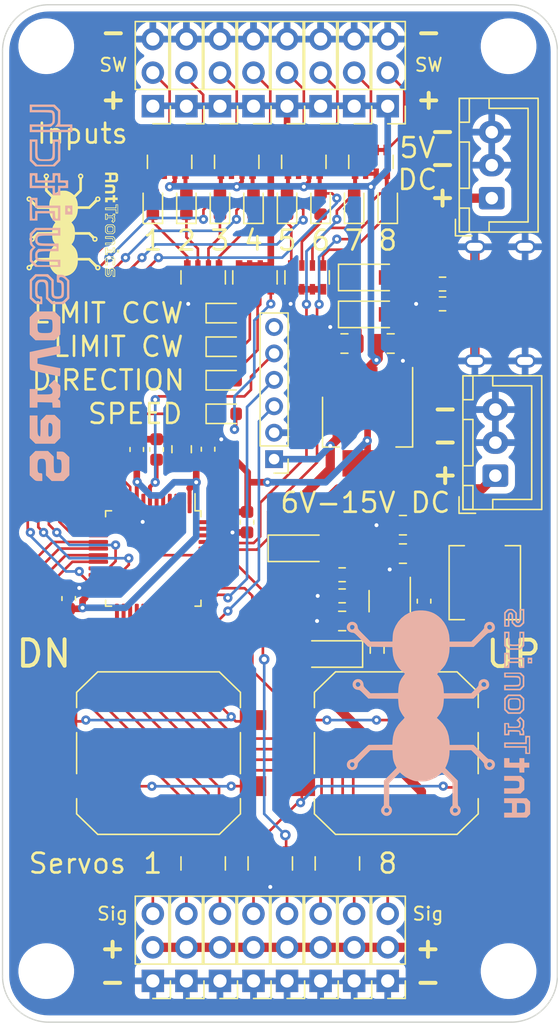
<source format=kicad_pcb>
(kicad_pcb (version 20211014) (generator pcbnew)
  (layers (0 "F.Cu" signal) (31 "B.Cu" signal) (34 "B.Paste" user) (35 "F.Paste" user) (36 "B.SilkS" user "B.Silkscreen") (37 "F.SilkS" user "F.Silkscreen") (38 "B.Mask" user) (39 "F.Mask" user) (44 "Edge.Cuts" user))
  (net 0 "")
  (net 1 "+3V3")
  (net 2 "GND")
  (net 3 "/NRST")
  (net 13 "/SWDIO")
  (net 16 "/SWCLK")
  (net 21 "+5V")
  (net 22 "/LED_DIR")
  (net 23 "/LED_SPD")
  (net 24 "Net-(D3-Pad2)")
  (net 25 "Net-(J7-Pad3)")
  (net 26 "Net-(J9-Pad3)")
  (net 27 "Net-(J13-Pad3)")
  (net 28 "Net-(D1-Pad2)")
  (net 29 "Net-(D4-Pad2)")
  (net 30 "Net-(RN1-Pad1)")
  (net 31 "/SW_UP")
  (net 32 "/SW_DN")
  (net 33 "Net-(RN1-Pad4)")
  (net 34 "Net-(D9-Pad1)")
  (net 35 "Net-(D10-Pad1)")
  (net 36 "Net-(D11-Pad1)")
  (net 37 "Net-(D12-Pad1)")
  (net 38 "Net-(J11-Pad3)")
  (net 39 "Net-(J15-Pad3)")
  (net 40 "/VBUS")
  (net 41 "Net-(J17-Pad3)")
  (net 42 "+VDC")
  (net 43 "/Servo5")
  (net 44 "/Servo6")
  (net 45 "/Servo7")
  (net 46 "/Servo8")
  (net 47 "/Servo1")
  (net 48 "/Servo2")
  (net 49 "/Servo3")
  (net 50 "/Servo4")
  (net 52 "Net-(RN1-Pad3)")
  (net 53 "/SW1")
  (net 54 "/SW2")
  (net 55 "Net-(J6-Pad2)")
  (net 56 "Net-(J8-Pad2)")
  (net 57 "Net-(J10-Pad2)")
  (net 58 "Net-(J12-Pad2)")
  (net 59 "Net-(J14-Pad2)")
  (net 60 "Net-(J16-Pad2)")
  (net 61 "/SW7")
  (net 62 "/SW8")
  (net 63 "/SW4")
  (net 64 "/SW3")
  (net 65 "/SW5")
  (net 66 "/SW6")
  (net 67 "/LED_CCW")
  (net 68 "/LED_CW")
  (net 69 "/boot")
  (net 70 "/sw")
  (net 71 "/fb")
  (net 72 "/vout")
  (net 73 "Net-(D5-Pad2)")
  (net 74 "Net-(D6-Pad2)")
  (net 75 "Net-(D7-Pad2)")
  (net 76 "Net-(D13-Pad1)")
  (net 77 "Net-(D14-Pad1)")
  (net 78 "Net-(D15-Pad1)")
  (net 79 "Net-(D16-Pad1)")
  (net 80 "Net-(J4-PadA5)")
  (net 81 "Net-(J4-PadB5)")
  (net 82 "Net-(J18-Pad2)")
  (net 83 "Net-(J19-Pad3)")
  (net 84 "Net-(J20-Pad2)")
  (net 85 "Net-(J21-Pad3)")
  (net 86 "Net-(R3-Pad2)")
  (footprint "Connector_PinHeader_2.54mm:PinHeader_1x03_P2.54mm_Vertical" (layer "F.Cu") (at 195.58 119.38 180)
    (fp_text reference "J15" hide)
    (fp_text value "ServoOut" hide)
  )
  (footprint "Resistor_SMD:R_Array_Convex_4x0603" (layer "F.Cu") (at 186.69 110.49 -90)
    (fp_text reference "RN5" hide)
    (fp_text value "1k" hide)
  )
  (footprint "Package_QFP:LQFP-48_7x7mm_P0.5mm" (layer "F.Cu") (at 182.913475 87.409477 -90)
    (fp_text reference "U1" hide)
    (fp_text value "STM32F030C8T6TR" hide)
  )
  (footprint "Connector_PinHeader_2.54mm:PinHeader_1x03_P2.54mm_Vertical" (layer "F.Cu") (at 198.12 119.38 180)
    (fp_text reference "J19" hide)
    (fp_text value "ServoOut" hide)
  )
  (footprint "Capacitor_SMD:C_0805_2012Metric" (layer "F.Cu") (at 201.81 87.04 180)
    (fp_text reference "C11" hide)
    (fp_text value "22u" hide)
  )
  (footprint "Resistor_SMD:R_Array_Convex_4x0603" (layer "F.Cu") (at 191.77 110.49 -90)
    (fp_text reference "RN1" hide)
    (fp_text value "1k" hide)
  )
  (footprint "LED_SMD:LED_0603_1608Metric" (layer "F.Cu") (at 188.3975 76.46)
    (fp_text reference "D6" hide)
    (fp_text value "LED_Green" hide)
  )
  (footprint "LED_SMD:LED_0603_1608Metric" (layer "F.Cu") (at 187.96 60.565 90)
    (fp_text reference "D16" hide)
    (fp_text value "LED_Green" hide)
  )
  (footprint "Resistor_SMD:R_Array_Convex_4x0603" (layer "F.Cu") (at 194.56 66.134 -90)
    (fp_text reference "RN7" hide)
    (fp_text value "10k" hide)
  )
  (footprint "Inductor_SMD:L_Sunlord_MWSA0518_5.4x5.2mm" (layer "F.Cu") (at 208.01 89.24 90)
    (fp_text reference "L1" hide)
    (fp_text value "4.7uH" hide)
  )
  (footprint "LED_SMD:LED_0603_1608Metric" (layer "F.Cu") (at 200.66 60.565 90)
    (fp_text reference "D11" hide)
    (fp_text value "LED_Green" hide)
  )
  (footprint "Capacitor_SMD:C_0805_2012Metric" (layer "F.Cu") (at 197.21 92.14 180)
    (fp_text reference "C7" hide)
    (fp_text value "22u" hide)
  )
  (footprint "Diode_SMD:D_SOD-123F" (layer "F.Cu") (at 196.56 94.64 180)
    (fp_text reference "D1" hide)
    (fp_text value "HXY MOSFET K24" hide)
  )
  (footprint "Resistor_SMD:R_0603_1608Metric" (layer "F.Cu") (at 204.81 66.64)
    (fp_text reference "R2" hide)
    (fp_text value "5k1" hide)
  )
  (footprint "Connector_PinHeader_2.54mm:PinHeader_1x03_P2.54mm_Vertical" (layer "F.Cu") (at 182.88 53.18 180)
    (fp_text reference "J8" hide)
    (fp_text value "ServoInputSW" hide)
  )
  (footprint "LED_SMD:LED_0603_1608Metric" (layer "F.Cu") (at 195.58 60.565 90)
    (fp_text reference "D13" hide)
    (fp_text value "LED_Green" hide)
  )
  (footprint "LOGO" (layer "F.Cu") (at 176.81 62.14 -90)
    (fp_text reference "G***" hide)
    (fp_text value "LOGO" hide)
  )
  (footprint "Diode_SMD:D_SOD-123F" (layer "F.Cu") (at 199.136 66.14)
    (fp_text reference "D7" hide)
    (fp_text value "HXY MOSFET K24" hide)
  )
  (footprint "Resistor_SMD:R_0603_1608Metric" (layer "F.Cu") (at 204.81 68.14 180)
    (fp_text reference "R1" hide)
    (fp_text value "5k1" hide)
  )
  (footprint "LED_SMD:LED_0603_1608Metric" (layer "F.Cu") (at 188.3975 71.38)
    (fp_text reference "D4" hide)
    (fp_text value "LED_Green" hide)
  )
  (footprint "Capacitor_SMD:C_0603_1608Metric" (layer "F.Cu") (at 176.51 90.44 90)
    (fp_text reference "C4" hide)
    (fp_text value "100n" hide)
  )
  (footprint "Connector_PinHeader_2.54mm:PinHeader_1x03_P2.54mm_Vertical" (layer "F.Cu") (at 193.04 53.18 180)
    (fp_text reference "J12" hide)
    (fp_text value "ServoInputSW" hide)
  )
  (footprint "Capacitor_SMD:C_0603_1608Metric" (layer "F.Cu") (at 187.06 79.14 90)
    (fp_text reference "C5" hide)
    (fp_text value "100n" hide)
  )
  (footprint "Resistor_SMD:R_0603_1608Metric" (layer "F.Cu") (at 199.86 94.34 90)
    (fp_text reference "R3" hide)
    (fp_text value "200k" hide)
  )
  (footprint "Connector_PinHeader_2.54mm:PinHeader_1x03_P2.54mm_Vertical" (layer "F.Cu") (at 198.12 53.18 180)
    (fp_text reference "J18" hide)
    (fp_text value "ServoInputSW" hide)
  )
  (footprint "Connector_PinHeader_2.54mm:PinHeader_1x03_P2.54mm_Vertical" (layer "F.Cu") (at 185.42 53.18 180)
    (fp_text reference "J6" hide)
    (fp_text value "ServoInputSW" hide)
  )
  (footprint "Connector_PinHeader_2.54mm:PinHeader_1x03_P2.54mm_Vertical" (layer "F.Cu") (at 187.96 119.38 180)
    (fp_text reference "J21" hide)
    (fp_text value "ServoOut" hide)
  )
  (footprint "ant:SW_Push_1P1T_NO_CK_PTS125Sx43PSMTR" (layer "F.Cu") (at 183.31 102.14)
    (fp_text reference "SW2" hide)
    (fp_text value "Push Button NO 12mm SMD" hide)
  )
  (footprint "Resistor_SMD:R_Array_Convex_4x0603" (layer "F.Cu") (at 199.39 57.39 -90)
    (fp_text reference "RN6" hide)
    (fp_text value "1k" hide)
  )
  (footprint "Resistor_SMD:R_Array_Convex_4x0603" (layer "F.Cu") (at 186.69 66.134 -90)
    (fp_text reference "RN4" hide)
    (fp_text value "10k" hide)
  )
  (footprint "LED_SMD:LED_0603_1608Metric" (layer "F.Cu") (at 182.88 60.565 90)
    (fp_text reference "D10" hide)
    (fp_text value "LED_Green" hide)
  )
  (footprint "Resistor_SMD:R_Array_Convex_4x0603" (layer "F.Cu") (at 194.31 57.39 -90)
    (fp_text reference "RN9" hide)
    (fp_text value "1k" hide)
  )
  (footprint "Diode_SMD:D_SOD-123F" (layer "F.Cu") (at 193.81 86.64)
    (fp_text reference "D8" hide)
    (fp_text value "HXY MOSFET K24" hide)
  )
  (footprint "LED_SMD:LED_0603_1608Metric" (layer "F.Cu") (at 193.04 60.565 90)
    (fp_text reference "D12" hide)
    (fp_text value "LED_Green" hide)
  )
  (footprint "LED_SMD:LED_0603_1608Metric" (layer "F.Cu") (at 188.3975 68.84)
    (fp_text reference "D3" hide)
    (fp_text value "LED_Green" hide)
  )
  (footprint "ant:SW_Push_1P1T_NO_CK_PTS125Sx43PSMTR" (layer "F.Cu") (at 201.31 102.14)
    (fp_text reference "SW1" hide)
    (fp_text value "Push Button NO 12mm SMD" hide)
  )
  (footprint "Connector_PinHeader_2.54mm:PinHeader_1x03_P2.54mm_Vertical" (layer "F.Cu") (at 193.04 119.38 180)
    (fp_text reference "J13" hide)
    (fp_text value "ServoOut" hide)
  )
  (footprint "Capacitor_SMD:C_0603_1608Metric" (layer "F.Cu") (at 181.663475 79.159477 90)
    (fp_text reference "C2" hide)
    (fp_text value "100n" hide)
  )
  (footprint "MountingHole:MountingHole_3.2mm_M3" (layer "F.Cu") (at 209.81 48.64 180)
    (fp_text reference "H2" hide)
    (fp_text value "MountingHole" hide)
  )
  (footprint "Resistor_SMD:R_Array_Convex_4x0603" (layer "F.Cu") (at 189.23 57.39 -90)
    (fp_text reference "RN10" hide)
    (fp_text value "1k" hide)
  )
  (footprint "MountingHole:MountingHole_3.2mm_M3" (layer "F.Cu") (at 209.81 118.64 180)
    (fp_text reference "H1" hide)
    (fp_text value "MountingHole" hide)
  )
  (footprint "Capacitor_SMD:C_0603_1608Metric" (layer "F.Cu") (at 183.163475 79.159477 90)
    (fp_text reference "C3" hide)
    (fp_text value "100n" hide)
  )
  (footprint "Capacitor_SMD:C_0805_2012Metric" (layer "F.Cu") (at 201.81 84.89 180)
    (fp_text reference "C10" hide)
    (fp_text value "22u" hide)
  )
  (footprint "Connector_PinHeader_2.54mm:PinHeader_1x03_P2.54mm_Vertical" (layer "F.Cu") (at 185.42 119.38 180)
    (fp_text reference "J7" hide)
    (fp_text value "ServoOut" hide)
  )
  (footprint "Capacitor_SMD:C_0603_1608Metric" (layer "F.Cu") (at 190.01 84.659477 -90)
    (fp_text reference "C6" hide)
    (fp_text value "100n" hide)
  )
  (footprint "Connector_PinHeader_2.00mm:PinHeader_1x06_P2.00mm_Vertical" (layer "F.Cu") (at 192.06 79.89 180)
    (fp_text reference "J1" hide)
    (fp_text value "Conn_01x06_Male")
  )
  (footprint "Package_TO_SOT_SMD:SOT-23-6" (layer "F.Cu") (at 200.81 90.64 -90)
    (fp_text reference "U2" hide)
    (fp_text value "EA8212FT6R" hide)
  )
  (footprint "LED_SMD:LED_0603_1608Metric" (layer "F.Cu") (at 198.12 60.565 90)
    (fp_text reference "D15" hide)
    (fp_text value "LED_Green" hide)
  )
  (footprint "LED_SMD:LED_0603_1608Metric" (layer "F.Cu") (at 185.42 60.565 90)
    (fp_text reference "D9" hide)
    (fp_text value "LED_Green" hide)
  )
  (footprint "Diode_SMD:D_SOD-123F" (layer "F.Cu") (at 199.136 68.934)
    (fp_text reference "D2" hide)
    (fp_text value "HXY MOSFET K24" hide)
  )
  (footprint "LED_SMD:LED_0603_1608Metric" (layer "F.Cu") (at 190.5 60.565 90)
    (fp_text reference "D14" hide)
    (fp_text value "LED_Green" hide)
  )
  (footprint "Resistor_SMD:R_Array_Convex_4x0603" (layer "F.Cu") (at 196.85 110.49 -90)
    (fp_text reference "RN8" hide)
    (fp_text value "1k" hide)
  )
  (footprint "Connector_JST:JST_XH_B3B-XH-A_1x03_P2.50mm_Vertical" (layer "F.Cu") (at 208.535 60.14 90)
    (fp_text reference "J5" hide)
    (fp_text value "5V IN" hide)
  )
  (footprint "Capacitor_SMD:C_0603_1608Metric" (layer "F.Cu") (at 203.41 90.64 -90)
    (fp_text reference "C8" hide)
    (fp_text value "100n" hide)
  )
  (footprint "Capacitor_SMD:C_0805_2012Metric" (layer "F.Cu") (at 197.386 71.14 180)
    (fp_text reference "C9" hide)
    (fp_text value "22u" hide)
  )
  (footprint "Resistor_SMD:R_Array_Convex_4x0603" (layer "F.Cu") (at 190.61 66.134 -90)
    (fp_text reference "RN2" hide)
    (fp_text value "10k" hide)
  )
  (footprint "Resistor_SMD:R_Array_Convex_4x0603" (layer "F.Cu") (at 184.15 57.39 -90)
    (fp_text reference "RN3" hide)
    (fp_text value "1k" hide)
  )
  (footprint "Connector_PinHeader_2.54mm:PinHeader_1x03_P2.54mm_Vertical" (layer "F.Cu") (at 195.58 53.18 180)
    (fp_text reference "J14" hide)
    (fp_text value "ServoInputSW" hide)
  )
  (footprint "Connector_PinHeader_2.54mm:PinHeader_1x03_P2.54mm_Vertical" (layer "F.Cu") (at 200.66 53.18 180)
    (fp_text reference "J10" hide)
    (fp_text value "ServoInputSW" hide)
  )
  (footprint "Connector_PinHeader_2.54mm:PinHeader_1x03_P2.54mm_Vertical" (layer "F.Cu") (at 200.66 119.38 180)
    (fp_text reference "J11" hide)
    (fp_text value "ServoOut" hide)
  )
  (footprint "MountingHole:MountingHole_3.2mm_M3" (layer "F.Cu") (at 174.81 118.64 180)
    (fp_text reference "H3" hide)
    (fp_text value "MountingHole" hide)
  )
  (footprint "Package_TO_SOT_SMD:SOT-223-3_TabPin2" (layer "F.Cu") (at 199.136 77.062 -90)
    (fp_text reference "U3" hide)
    (fp_text value "AMS1117-3.3" hide)
  )
  (footprint "Resistor_SMD:R_0603_1608Metric" (layer "F.Cu") (at 197.21 90.24 180)
    (fp_text reference "R5" hide)
    (fp_text value "27k" hide)
  )
  (footprint "Capacitor_SMD:C_0805_2012Metric" (layer "F.Cu") (at 185.06 79.14 90)
    (fp_text reference "C1" hide)
    (fp_text value "22u" hide)
  )
  (footprint "Connector_PinHeader_2.54mm:PinHeader_1x03_P2.54mm_Vertical" (layer "F.Cu") (at 190.5 119.38 180)
    (fp_text reference "J17" hide)
    (fp_text value "ServoOut" hide)
  )
  (footprint "Connector_PinHeader_2.54mm:PinHeader_1x03_P2.54mm_Vertical" (layer "F.Cu") (at 187.96 53.18 180)
    (fp_text reference "J20" hide)
    (fp_text value "ServoInputSW" hide)
  )
  (footprint "Resistor_SMD:R_0603_1608Metric" (layer "F.Cu") (at 197.21 88.64)
    (fp_text reference "R4" hide)
    (fp_text value "200k" hide)
  )
  (footprint "Connector_JST:JST_XH_B3B-XH-A_1x03_P2.50mm_Vertical" (layer "F.Cu") (at 208.81 81.14 90)
    (fp_text reference "J3" hide)
    (fp_text value "6V-15V IN" hide)
  )
  (footprint "USB-C-Power-tester:TYPE-C-31-M-17" (layer "F.Cu") (at 211.06 68.14 90)
    (fp_text reference "J4" hide)
    (fp_text value "USB_C_Receptacle_USB2.0" hide)
  )
  (footprint "Connector_PinHeader_2.54mm:PinHeader_1x03_P2.54mm_Vertical" (layer "F.Cu") (at 182.88 119.38 180)
    (fp_text reference "J9" hide)
    (fp_text value "ServoOut" hide)
  )
  (footprint "MountingHole:MountingHole_3.2mm_M3" (layer "F.Cu") (at 174.81 48.64 180)
    (fp_text reference "H4" hide)
    (fp_text value "MountingHole" hide)
  )
  (footprint "Connector_PinHeader_2.54mm:PinHeader_1x03_P2.54mm_Vertical" (layer "F.Cu") (at 190.5 53.18 180)
    (fp_text reference "J16" hide)
    (fp_text value "ServoInputSW" hide)
  )
  (footprint "Capacitor_SMD:C_0805_2012Metric" (layer "F.Cu") (at 200.886 71.14)
    (fp_text reference "C12" hide)
    (fp_text value "22u" hide)
  )
  (footprint "LED_SMD:LED_0603_1608Metric" (layer "F.Cu") (at 188.3975 73.92)
    (fp_text reference "D5" hide)
    (fp_text value "LED_Green" hide)
  )
  (footprint "LOGO" (layer "B.Cu") (at 175.06 67.39 90)
    (fp_text reference "G***" hide)
    (fp_text value "LOGO" hide)
  )
  (footprint "LOGO" (layer "B.Cu") (at 204.56 99.14 90)
    (fp_text reference "G***" hide)
    (fp_text value "LOGO" hide)
  )
  (gr_arc (start 171.5 49) (mid 172.525126 46.525126) (end 175 45.5) (layer "Edge.Cuts") (width 0.1))
  (gr_arc (start 175 122.5) (mid 172.525126 121.474874) (end 171.5 119) (layer "Edge.Cuts") (width 0.1))
  (gr_line (start 175 45.5) (end 210 45.5) (layer "Edge.Cuts") (width 0.1))
  (gr_line (start 213.5 49) (end 213.5 119) (layer "Edge.Cuts") (width 0.1))
  (gr_line (start 210 122.5) (end 175 122.5) (layer "Edge.Cuts") (width 0.1))
  (gr_arc (start 213.5 119) (mid 212.474874 121.474874) (end 210 122.5) (layer "Edge.Cuts") (width 0.1))
  (gr_line (start 171.5 119) (end 171.5 49) (layer "Edge.Cuts") (width 0.1))
  (gr_arc (start 210 45.5) (mid 212.474874 46.525126) (end 213.5 49) (layer "Edge.Cuts") (width 0.1))
  (gr_text "+" (at 203.762 52.846 180) (layer "F.SilkS") (effects (font (size 1.5 1.5) (thickness 0.3))))
  (gr_text "3" (at 187.96 63.34) (layer "F.SilkS") (effects (font (size 1.5 1.5) (thickness 0.2))))
  (gr_text "5V\nDC\n" (at 202.91 57.54) (layer "F.SilkS") (effects (font (size 1.5 1.5) (thickness 0.2))))
  (gr_text "8" (at 200.66 63.34) (layer "F.SilkS") (effects (font (size 1.5 1.5) (thickness 0.2))))
  (gr_text "DIRECTION" (at 179.5075 73.92) (layer "F.SilkS") (effects (font (size 1.5 1.5) (thickness 0.2))))
  (gr_text "-" (at 179.886 47.766 180) (layer "F.SilkS") (effects (font (size 1.5 1.5) (thickness 0.3))))
  (gr_text "+" (at 179.886 52.846 180) (layer "F.SilkS") (effects (font (size 1.5 1.5) (thickness 0.3))))
  (gr_text "Sig" (at 179.832 114.3) (layer "F.SilkS") (effects (font (size 1 1))))
  (gr_text "6" (at 195.58 63.34) (layer "F.SilkS") (effects (font (size 1.5 1.5) (thickness 0.2))))
  (gr_text "4" (at 190.5 63.34) (layer "F.SilkS") (effects (font (size 1.5 1.5) (thickness 0.2))))
  (gr_text "-" (at 205.01 76.24 180) (layer "F.SilkS") (effects (font (size 1.5 1.5) (thickness 0.3))))
  (gr_text "-" (at 179.832 119.634 180) (layer "F.SilkS") (effects (font (size 1.5 1.5) (thickness 0.3))))
  (gr_text "DN" (at 174.625 94.615) (layer "F.SilkS") (effects (font (size 2 2) (thickness 0.3))))
  (gr_text "-" (at 203.762 47.766 180) (layer "F.SilkS") (effects (font (size 1.5 1.5) (thickness 0.3))))
  (gr_text "Sig" (at 203.708 114.3) (layer "F.SilkS") (effects (font (size 1 1))))
  (gr_text "SW" (at 179.886 50.052) (layer "F.SilkS") (effects (font (size 1 1))))
  (gr_text "8" (at 200.66 110.49) (layer "F.SilkS") (effects (font (size 1.5 1.5) (thickness 0.2))))
  (gr_text "-" (at 205.01 78.74 180) (layer "F.SilkS") (effects (font (size 1.5 1.5) (thickness 0.3))))
  (gr_text "1" (at 182.88 110.49) (layer "F.SilkS") (effects (font (size 1.5 1.5) (thickness 0.2))))
  (gr_text "UP" (at 210.185 94.64) (layer "F.SilkS") (effects (font (size 2 2) (thickness 0.3))))
  (gr_text "-" (at 204.81 55.24 180) (layer "F.SilkS") (effects (font (size 1.5 1.5) (thickness 0.3))))
  (gr_text "2" (at 185.42 63.34) (layer "F.SilkS") (effects (font (size 1.5 1.5) (thickness 0.2))))
  (gr_text "+" (at 179.832 117.094 180) (layer "F.SilkS") (effects (font (size 1.5 1.5) (thickness 0.3))))
  (gr_text "SPEED" (at 181.5395 76.46) (layer "F.SilkS") (effects (font (size 1.5 1.5) (thickness 0.2))))
  (gr_text "Inputs" (at 173.99 55.245) (layer "F.SilkS") (effects (font (size 1.5 1.5) (thickness 0.2)) (justify left)))
  (gr_text "LIMIT CCW" (at 179.5075 68.84) (layer "F.SilkS") (effects (font (size 1.5 1.5) (thickness 0.2))))
  (gr_text "5" (at 193.04 63.34) (layer "F.SilkS") (effects (font (size 1.5 1.5) (thickness 0.2))))
  (gr_text "SW" (at 203.762 50.052) (layer "F.SilkS") (effects (font (size 1 1))))
  (gr_text "7" (at 198.12 63.34) (layer "F.SilkS") (effects (font (size 1.5 1.5) (thickness 0.2))))
  (gr_text "-" (at 203.708 119.634 180) (layer "F.SilkS") (effects (font (size 1.5 1.5) (thickness 0.3))))
  (gr_text "+" (at 204.81 60.24 180) (layer "F.SilkS") (effects (font (size 1.5 1.5) (thickness 0.3))))
  (gr_text "1" (at 182.88 63.34) (layer "F.SilkS") (effects (font (size 1.5 1.5) (thickness 0.2))))
  (gr_text "Servos" (at 173.355 110.49) (layer "F.SilkS") (effects (font (size 1.5 1.5) (thickness 0.2)) (justify left)))
  (gr_text "-" (at 204.81 57.74 180) (layer "F.SilkS") (effects (font (size 1.5 1.5) (thickness 0.3))))
  (gr_text "6V-15V DC" (at 192.405 83.185) (layer "F.SilkS") (effects (font (size 1.5 1.5) (thickness 0.2)) (justify left)))
  (gr_text "+" (at 205.01 81.24 180) (layer "F.SilkS") (effects (font (size 1.5 1.5) (thickness 0.3))))
  (gr_text "LIMIT CW" (at 180.2695 71.38) (layer "F.SilkS") (effects (font (size 1.5 1.5) (thickness 0.2))))
  (gr_text "+" (at 203.708 117.094 180) (layer "F.SilkS") (effects (font (size 1.5 1.5) (thickness 0.3))))
  (segment (start 183.75 58.29) (end 184.55 58.29) (width 0.3) (layer "F.Cu") (net 1))
  (segment (start 177.56 90.59) (end 177.76 90.39) (width 0.5) (layer "F.Cu") (net 1))
  (segment (start 184.55 58.876) (end 184.15 59.276) (width 0.3) (layer "F.Cu") (net 1))
  (segment (start 181.693829 81.618541) (end 181.67237 81.64) (width 0.5) (layer "F.Cu") (net 1))
  (segment (start 186.163475 81.64) (end 186.11 81.64) (width 0.5) (layer "F.Cu") (net 1))
  (segment (start 177.56 91.14) (end 177.56 90.59) (width 0.5) (layer "F.Cu") (net 1))
  (segment (start 190.06 81.89) (end 190.06 83.834477) (width 0.5) (layer "F.Cu") (net 1))
  (segment (start 177.56 91.14) (end 177.485 91.215) (width 0.5) (layer "F.Cu") (net 1))
  (segment (start 190.06 83.834477) (end 190.01 83.884477) (width 0.5) (layer "F.Cu") (net 1))
  (segment (start 187.06 79.915) (end 189.085 79.915) (width 0.5) (layer "F.Cu") (net 1))
  (segment (start 188.31 84.39) (end 188.81 83.89) (width 0.5) (layer "F.Cu") (net 1))
  (segment (start 181.663475 79.934477) (end 181.663475 81.588187) (width 0.5) (layer "F.Cu") (net 1))
  (segment (start 199.81 72.39) (end 199.136 73.064) (width 0.7) (layer "F.Cu") (net 1))
  (segment (start 181.67237 81.64) (end 181.663475 81.64) (width 0.5) (layer "F.Cu") (net 1))
  (segment (start 199.11 78.498) (end 199.136 78.472) (width 0.5) (layer "F.Cu") (net 1))
  (segment (start 193.04 53.18) (end 193.04 54.704) (width 0.5) (layer "F.Cu") (net 1))
  (segment (start 185.235 79.915) (end 185.06 80.09) (width 0.5) (layer "F.Cu") (net 1))
  (segment (start 191.56 81.64) (end 190.06 81.64) (width 0.5) (layer "F.Cu") (net 1))
  (segment (start 188.040523 84.659477) (end 187.075975 84.659477) (width 0.3) (layer "F.Cu") (net 1))
  (segment (start 189.085 79.915) (end 190.06 80.89) (width 0.5) (layer "F.Cu") (net 1))
  (segment (start 190.06 80.89) (end 190.06 81.64) (width 0.5) (layer "F.Cu") (net 1))
  (segment (start 187.06 79.915) (end 185.235 79.915) (width 0.5) (layer "F.Cu") (net 1))
  (segment (start 191.654 65.234) (end 189.41 65.234) (width 0.5) (layer "F.Cu") (net 1))
  (segment (start 193.04 54.704) (end 191.81 55.934) (width 0.5) (layer "F.Cu") (net 1))
  (segment (start 199.136 73.064) (end 199.136 73.912) (width 0.7) (layer "F.Cu") (net 1))
  (segment (start 178.750975 90.159477) (end 177.990523 90.159477) (width 0.3) (layer "F.Cu") (net 1))
  (segment (start 181.663475 81.588187) (end 181.693829 81.618541) (width 0.5) (layer "F.Cu") (net 1))
  (segment (start 188.81 83.89) (end 190.06 83.89) (width 0.5) (layer "F.Cu") (net 1))
  (segment (start 186.163475 79.934477) (end 186.163475 81.64) (width 0.5) (layer "F.Cu") (net 1))
  (segment (start 177.990523 90.159477) (end 177.76 90.39) (width 0.3) (layer "F.Cu") (net 1))
  (segment (start 186.163475 79.934477) (end 184.663475 79.934477) (width 0.5) (layer "F.Cu") (net 1))
  (segment (start 185.663475 83.246977) (end 185.663475 82.086525) (width 0.3) (layer "F.Cu") (net 1))
  (segment (start 184.55 58.29) (end 184.55 58.876) (width 0.3) (layer "F.Cu") (net 1))
  (segment (start 199.11 78.498) (end 199.136 78.524) (width 0.5) (layer "F.Cu") (net 1))
  (segment (start 189.63 58.876) (end 189.23 59.276) (width 0.3) (layer "F.Cu") (net 1))
  (segment (start 189.63 58.29) (end 188.83 58.29) (width 0.3) (layer "F.Cu") (net 1))
  (segment (start 199.79 58.29) (end 198.99 58.29) (width 0.3) (layer "F.Cu") (net 1))
  (segment (start 194.71 58.29) (end 194.71 58.876) (width 0.3) (layer "F.Cu") (net 1))
  (segment (start 199.136 78.472) (end 199.136 73.912) (width 0.5) (layer "F.Cu") (net 1))
  (segment (start 199.136 78.524) (end 199.136 80.212) (width 0.5) (layer "F.Cu") (net 1))
  (segment (start 199.79 58.29) (end 199.79 58.876) (width 0.3) (layer "F.Cu") (net 1))
  (segment (start 190.06 81.64) (end 190.06 81.79) (width 0.5) (layer "F.Cu") (net 1))
  (segment (start 199.79 58.876) (end 199.39 59.276) (width 0.3) (layer "F.Cu") (net 1))
  (segment (start 199.936 72.264) (end 199.936 71.14) (width 0.7) (layer "F.Cu") (net 1))
  (segment (start 188.81 83.89) (end 188.040523 84.659477) (width 0.3) (layer "F.Cu") (net 1))
  (segment (start 194.71 58.29) (end 193.91 58.29) (width 0.3) (layer "F.Cu") (net 1))
  (segment (start 186.11 81.64) (end 185.663475 82.086525) (width 0.5) (layer "F.Cu") (net 1))
  (segment (start 191.81 55.934) (end 191.81 65.078) (width 0.5) (layer "F.Cu") (net 1))
  (segment (start 181.663475 83.246977) (end 181.663475 81.64) (width 0.3) (layer "F.Cu") (net 1))
  (segment (start 177.485 91.215) (end 176.51 91.215) (width 0.5) (layer "F.Cu") (net 1))
  (segment (start 199.81 72.39) (end 199.936 72.264) (width 0.7) (layer "F.Cu") (net 1))
  (segment (start 194.71 58.876) (end 194.31 59.276) (width 0.3) (layer "F.Cu") (net 1))
  (segment (start 189.63 58.29) (end 189.63 58.876) (width 0.3) (layer "F.Cu") (net 1))
  (segment (start 191.81 65.078) (end 191.654 65.234) (width 0.5) (layer "F.Cu") (net 1))
  (via (at 199.81 72.39) (size 0.7) (drill 0.3) (layers "F.Cu" "B.Cu") (net 1))
  (via (at 189.23 59.276) (size 0.7) (drill 0.3) (layers "F.Cu" "B.Cu") (net 1))
  (via (at 194.31 59.276) (size 0.7) (drill 0.3) (layers "F.Cu" "B.Cu") (net 1))
  (via (at 177.56 91.14) (size 0.7) (drill 0.3) (layers "F.Cu" "B.Cu") (net 1))
  (via (at 191.56 81.64) (size 0.7) (drill 0.3) (layers "F.Cu" "B.Cu") (net 1))
  (via (at 199.39 59.276) (size 0.7) (drill 0.3) (layers "F.Cu" "B.Cu") (net 1))
  (via (at 186.163475 81.64) (size 0.7) (drill 0.3) (layers "F.Cu" "B.Cu") (net 1))
  (via (at 184.15 59.276) (size 0.7) (drill 0.3) (layers "F.Cu" "B.Cu") (net 1))
  (via (at 181.693829 81.618541) (size 0.7) (drill 0.3) (layers "F.Cu" "B.Cu") (net 1))
  (via (at 199.11 78.498) (size 0.7) (drill 0.3) (layers "F.Cu" "B.Cu") (net 1))
  (segment (start 200.66 53.148) (end 182.88 53.148) (width 0.5) (layer "B.Cu") (net 1))
  (segment (start 180.81 91.14) (end 186.163475 85.786525) (width 0.5) (layer "B.Cu") (net 1))
  (segment (start 177.56 91.14) (end 180.81 91.14) (width 0.5) (layer "B.Cu") (net 1))
  (segment (start 184.15 59.244) (end 199.39 59.244) (width 0.5) (layer "B.Cu") (net 1))
  (segment (start 199.81 72.39) (end 199.39 71.97) (width 0.5) (layer "B.Cu") (net 1))
  (segment (start 183.486738 82.64) (end 182.715288 82.64) (width 0.5) (layer "B.Cu") (net 1))
  (segment (start 195.968 81.64) (end 191.56 81.64) (width 0.5) (layer "B.Cu") (net 1))
  (segment (start 199.39 71.97) (end 199.39 59.244) (width 0.5) (layer "B.Cu") (net 1))
  (segment (start 186.163475 85.786525) (end 186.163475 81.64) (width 0.5) (layer "B.Cu") (net 1))
  (segment (start 199.39 59.244) (end 200.66 57.974) (width 0.5) (layer "B.Cu") (net 1))
  (segment (start 199.11 78.498) (end 195.968 81.64) (width 0.5) (layer "B.Cu") (net 1))
  (segment (start 184.486738 81.64) (end 183.486738 82.64) (width 0.5) (layer "B.Cu") (net 1))
  (segment (start 182.715288 82.64) (end 181.693829 81.618541) (width 0.5) (layer "B.Cu") (net 1))
  (segment (start 186.163475 81.64) (end 184.486738 81.64) (width 0.5) (layer "B.Cu") (net 1))
  (segment (start 200.66 57.974) (end 200.66 53.148) (width 0.5) (layer "B.Cu") (net 1))
  (segment (start 200.86 87.04) (end 200.86 84.89) (width 0.7) (layer "F.Cu") (net 2))
  (segment (start 201.81 73.538) (end 201.436 73.912) (width 0.7) (layer "F.Cu") (net 2))
  (segment (start 193.36 67.034) (end 195.76 67.034) (width 0.5) (layer "F.Cu") (net 2))
  (segment (start 177.285 89.665) (end 176.51 89.665) (width 0.5) (layer "F.Cu") (net 2))
  (segment (start 201.836 72.421) (end 201.836 71.14) (width 0.7) (layer "F.Cu") (net 2))
  (segment (start 200.81 89.5025) (end 200.81 88.69) (width 0.6) (layer "F.Cu") (net 2))
  (segment (start 188.06 78.39) (end 188.054477 78.384477) (width 0.5) (layer "F.Cu") (net 2))
  (segment (start 182.163475 84.586525) (end 182.163475 83.246977) (width 0.3) (layer "F.Cu") (net 2))
  (segment (start 195.36 90.24) (end 196.385 90.24) (width 0.7) (layer "F.Cu") (net 2))
  (segment (start 191.37 111.39) (end 191.37 111.868) (width 0.5) (layer "F.Cu") (net 2))
  (segment (start 203.985 68.14) (end 203.985 66.64) (width 0.6) (layer "F.Cu") (net 2))
  (segment (start 183.163475 78.384477) (end 181.663475 78.384477) (width 0.5) (layer "F.Cu") (net 2))
  (segment (start 188.629477 85.159477) (end 187.075975 85.159477) (width 0.3) (layer "F.Cu") (net 2))
  (segment (start 177.31 89.64) (end 177.285 89.665) (width 0.5) (layer "F.Cu") (net 2))
  (segment (start 192.97 111.39) (end 190.57 111.39) (width 0.5) (layer "F.Cu") (net 2))
  (segment (start 188.054477 78.384477) (end 181.663475 78.384477) (width 0.5) (layer "F.Cu") (net 2))
  (segment (start 185.49 68.07) (end 185.49 67.034) (width 0.5) (layer "F.Cu") (net 2))
  (segment (start 196.31 69.89) (end 196.436 70.016) (width 0.7) (layer "F.Cu") (net 2))
  (segment (start 195.31 92.14) (end 196.26 92.14) (width 0.7) (layer "F.Cu") (net 2))
  (segment (start 201.81 72.447) (end 201.81 73.538) (width 0.7) (layer "F.Cu") (net 2))
  (segment (start 203.985 68.14) (end 202.81 68.14) (width 0.6) (layer "F.Cu") (net 2))
  (segment (start 207.26 65.39) (end 207.26 63.82) (width 0.7) (layer "F.Cu") (net 2))
  (segment (start 200.81 87.09) (end 200.86 87.04) (width 0.7) (layer "F.Cu") (net 2))
  (segment (start 187.89 67.034) (end 185.49 67.034) (width 0.5) (layer "F.Cu") (net 2))
  (segment (start 190.004477 85.44) (end 190.01 85.434477) (width 0.5) (layer "F.Cu") (net 2))
  (segment (start 177.31 89.64) (end 177.51 89.64) (width 0.5) (layer "F.Cu") (net 2))
  (segment (start 200.81 88.69) (end 200.81 87.09) (width 0.7) (layer "F.Cu") (net 2))
  (segment (start 188.91 85.44) (end 190.004477 85.44) (width 0.5) (layer "F.Cu") (net 2))
  (segment (start 193.31 68.14) (end 193.36 68.09) (width 0.5) (layer "F.Cu") (net 2))
  (segment (start 196.436 70.016) (end 196.436 71.14) (width 0.7) (layer "F.Cu") (net 2))
  (segment (start 178.750975 89.659477) (end 177.529477 89.659477) (width 0.3) (layer "F.Cu") (net 2))
  (segment (start 177.51 89.64) (end 177.529477 89.659477) (width 0.5) (layer "F.Cu") (net 2))
  (segment (start 207.26 70.89) (end 207.26 72.46) (width 0.7) (layer "F.Cu") (net 2))
  (segment (start 201.81 72.447) (end 201.836 72.421) (width 0.7) (layer "F.Cu") (net 2))
  (segment (start 200.86 84.89) (end 199.81 84.89) (width 0.7) (layer "F.Cu") (net 2))
  (segment (start 188.91 85.44) (end 188.629477 85.159477) (width 0.3) (layer "F.Cu") (net 2))
  (segment (start 185.56 68.14) (end 185.49 68.07) (width 0.5) (layer "F.Cu") (net 2))
  (segment (start 193.36 68.09) (end 193.36 67.034) (width 0.5) (layer "F.Cu") (net 2))
  (segment (start 182.11 84.64) (end 182.163475 84.586525) (width 0.3) (layer "F.Cu") (net 2))
  (segment (start 191.37 111.868) (end 191.77 112.268) (width 0.5) (layer "F.Cu") (net 2))
  (via (at 191.77 112.268) (size 0.7) (drill 0.3) (layers "F.Cu" "B.Cu") (net 2))
  (via (at 199.81 84.89) (size 0.7) (drill 0.3) (layers "F.Cu" "B.Cu") (net 2))
  (via (at 188.06 78.39) (size 0.7) (drill 0.3) (layers "F.Cu" "B.Cu") (net 2))
  (via (at 188.91 85.44) (size 0.7) (drill 0.3) (layers "F.Cu" "B.Cu") (net 2))
  (via (at 182.11 84.64) (size 0.7) (drill 0.3) (layers "F.Cu" "B.Cu") (net 2))
  (via (at 185.56 68.14) (size 0.7) (drill 0.3) (layers "F.Cu" "B.Cu") (net 2))
  (via (at 193.31 68.14) (size 0.7) (drill 0.3) (layers "F.Cu" "B.Cu") (net 2))
  (via (at 177.31 89.64) (size 0.7) (drill 0.3) (layers "F.Cu" "B.Cu") (net 2))
  (via (at 195.31 92.14) (size 0.7) (drill 0.3) (layers "F.Cu" "B.Cu") (net 2))
  (via (at 200.81 88.24) (size 0.7) (drill 0.3) (layers "F.Cu" "B.Cu") (net 2))
  (via (at 201.81 72.447) (size 0.7) (drill 0.3) (layers "F.Cu" "B.Cu") (net 2))
  (via (at 195.36 90.24) (size 0.7) (drill 0.3) (layers "F.Cu" "B.Cu") (net 2))
  (via (at 196.31 69.89) (size 0.7) (drill 0.3) (layers "F.Cu" "B.Cu") (net 2))
  (via (at 202.81 68.14) (size 0.7) (drill 0.3) (layers "F.Cu" "B.Cu") (net 2))
  (segment (start 180.81 89.64) (end 182.11 88.34) (width 0.5) (layer "B.Cu") (net 2))
  (segment (start 182.11 88.34) (end 182.11 84.64) (width 0.5) (layer "B.Cu") (net 2))
  (segment (start 177.31 89.64) (end 180.81 89.64) (width 0.5) (layer "B.Cu") (net 2))
  (segment (start 183.163475 80.8405) (end 183.163475 81.486525) (width 0.3) (layer "F.Cu") (net 3))
  (segment (start 190.31 74.64) (end 190.31 73.64) (width 0.2) (layer "F.Cu") (net 3))
  (segment (start 183.163475 80.8405) (end 183.163475 79.934477) (width 0.3) (layer "F.Cu") (net 3))
  (segment (start 183.31 75.14) (end 189.81 75.14) (width 0.2) (layer "F.Cu") (net 3))
  (segment (start 189.81 75.14) (end 190.31 74.64) (width 0.2) (layer "F.Cu") (net 3))
  (segment (start 183.163475 81.486525) (end 182.663475 81.986525) (width 0.3) (layer "F.Cu") (net 3))
  (segment (start 190.31 73.64) (end 192.06 71.89) (width 0.2) (layer "F.Cu") (net 3))
  (segment (start 183.06 75.39) (end 183.31 75.14) (width 0.2) (layer "F.Cu") (net 3))
  (segment (start 182.663475 81.986525) (end 182.663475 83.246977) (width 0.3) (layer "F.Cu") (net 3))
  (segment (start 183.163475 80.793975) (end 183.163475 79.934477) (width 0.2) (layer "F.Cu") (net 3))
  (via (at 183.06 81.64) (size 0.7) (drill 0.3) (layers "F.Cu" "B.Cu") (net 3))
  (via (at 183.06 75.39) (size 0.7) (drill 0.3) (layers "F.Cu" "B.Cu") (net 3))
  (segment (start 183.06 81.64) (end 183.06 75.39) (width 0.2) (layer "B.Cu") (net 3))
  (segment (start 184.663475 91.571977) (end 184.663475 92.728469) (width 0.2) (layer "F.Cu") (net 13))
  (segment (start 184.825006 92.89) (end 187.06 92.89) (width 0.2) (layer "F.Cu") (net 13))
  (segment (start 184.663475 92.728469) (end 184.825006 92.89) (width 0.2) (layer "F.Cu") (net 13))
  (segment (start 187.06 92.89) (end 188.56 91.39) (width 0.2) (layer "F.Cu") (net 13))
  (via (at 188.56 91.39) (size 0.7) (drill 0.3) (layers "F.Cu" "B.Cu") (net 13))
  (segment (start 190.91 77.04) (end 192.06 75.89) (width 0.2) (layer "B.Cu") (net 13))
  (segment (start 190.91 89.04) (end 190.91 77.04) (width 0.2) (layer "B.Cu") (net 13))
  (segment (start 188.56 91.39) (end 190.91 89.04) (width 0.2) (layer "B.Cu") (net 13))
  (segment (start 188.329477 90.159477) (end 187.075975 90.159477) (width 0.2) (layer "F.Cu") (net 16))
  (segment (start 188.56 90.39) (end 188.329477 90.159477) (width 0.2) (layer "F.Cu") (net 16))
  (via (at 188.56 90.39) (size 0.7) (drill 0.3) (layers "F.Cu" "B.Cu") (net 16))
  (segment (start 190.01 75.94) (end 192.06 73.89) (width 0.2) (layer "B.Cu") (net 16))
  (segment (start 188.56 90.39) (end 190.01 88.94) (width 0.2) (layer "B.Cu") (net 16))
  (segment (start 190.01 88.94) (end 190.01 75.94) (width 0.2) (layer "B.Cu") (net 16))
  (segment (start 198.336 70.166) (end 197.736 69.566) (width 0.7) (layer "F.Cu") (net 21))
  (segment (start 202.438 116.84) (end 200.66 116.84) (width 0.7) (layer "F.Cu") (net 21))
  (segment (start 192.41 94.24) (end 203.21 105.04) (width 0.7) (layer "F.Cu") (net 21))
  (segment (start 197.736 69.566) (end 197.736 68.934) (width 0.7) (layer "F.Cu") (net 21))
  (segment (start 200.66 116.84) (end 182.88 116.84) (width 0.7) (layer "F.Cu") (net 21))
  (segment (start 192.41 84.54) (end 192.41 94.24) (width 0.7) (layer "F.Cu") (net 21))
  (segment (start 196.836 73.127) (end 198.336 71.627) (width 0.7) (layer "F.Cu") (net 21))
  (segment (start 196.836 73.912) (end 196.836 73.127) (width 0.7) (layer "F.Cu") (net 21))
  (segment (start 196.31 80.64) (end 192.41 84.54) (width 0.7) (layer "F.Cu") (net 21))
  (segment (start 196.31 78.89) (end 196.836 78.364) (width 0.7) (layer "F.Cu") (net 21))
  (segment (start 198.336 71.627) (end 198.336 71.14) (width 0.7) (layer "F.Cu") (net 21))
  (segment (start 196.31 80.64) (end 196.31 78.89) (width 0.7) (layer "F.Cu") (net 21))
  (segment (start 197.736 68.934) (end 197.736 66.14) (width 0.7) (layer "F.Cu") (net 21))
  (segment (start 198.336 71.14) (end 198.336 70.166) (width 0.7) (layer "F.Cu") (net 21))
  (segment (start 203.21 116.068) (end 202.438 116.84) (width 0.7) (layer "F.Cu") (net 21))
  (segment (start 203.21 105.04) (end 203.21 116.068) (width 0.7) (layer "F.Cu") (net 21))
  (segment (start 196.836 78.364) (end 196.836 73.912) (width 0.7) (layer "F.Cu") (net 21))
  (via (at 196.31 78.89) (size 0.7) (drill 0.3) (layers "F.Cu" "B.Cu") (net 21))
  (segment (start 196.31 78.89) (end 195.31 79.89) (width 0.5) (layer "B.Cu") (net 21))
  (segment (start 195.31 79.89) (end 192.06 79.89) (width 0.5) (layer "B.Cu") (net 21))
  (segment (start 180.663475 83.246977) (end 180.663475 82.243475) (width 0.2) (layer "F.Cu") (net 22))
  (segment (start 180.663475 82.243475) (end 179.81 81.39) (width 0.2) (layer "F.Cu") (net 22))
  (segment (start 182.33 73.92) (end 187.61 73.92) (width 0.2) (layer "F.Cu") (net 22))
  (segment (start 179.81 81.39) (end 179.81 76.44) (width 0.2) (layer "F.Cu") (net 22))
  (segment (start 179.81 76.44) (end 182.33 73.92) (width 0.2) (layer "F.Cu") (net 22))
  (segment (start 181.163475 83.246977) (end 181.163475 81.993475) (width 0.2) (layer "F.Cu") (net 23))
  (segment (start 180.61 78.04) (end 182.19 76.46) (width 0.2) (layer "F.Cu") (net 23))
  (segment (start 181.163475 81.993475) (end 180.61 81.44) (width 0.2) (layer "F.Cu") (net 23))
  (segment (start 180.61 81.44) (end 180.61 78.04) (width 0.2) (layer "F.Cu") (net 23))
  (segment (start 182.19 76.46) (end 187.61 76.46) (width 0.2) (layer "F.Cu") (net 23))
  (segment (start 189.185 67.813) (end 189.41 67.588) (width 0.2) (layer "F.Cu") (net 24))
  (segment (start 189.41 67.588) (end 189.41 67.034) (width 0.2) (layer "F.Cu") (net 24))
  (segment (start 189.185 68.84) (end 189.185 67.813) (width 0.2) (layer "F.Cu") (net 24))
  (segment (start 185.42 112.776) (end 185.42 114.3) (width 0.2) (layer "F.Cu") (net 25))
  (segment (start 186.29 111.906) (end 185.42 112.776) (width 0.2) (layer "F.Cu") (net 25))
  (segment (start 186.29 111.39) (end 186.29 111.906) (width 0.2) (layer "F.Cu") (net 25))
  (segment (start 182.88 112.776) (end 182.88 114.3) (width 0.2) (layer "F.Cu") (net 26))
  (segment (start 185.49 111.39) (end 184.266 111.39) (width 0.2) (layer "F.Cu") (net 26))
  (segment (start 184.266 111.39) (end 182.88 112.776) (width 0.2) (layer "F.Cu") (net 26))
  (segment (start 195.65 111.39) (end 194.426 111.39) (width 0.2) (layer "F.Cu") (net 27))
  (segment (start 194.426 111.39) (end 193.04 112.776) (width 0.2) (layer "F.Cu") (net 27))
  (segment (start 193.04 112.776) (end 193.04 114.3) (width 0.2) (layer "F.Cu") (net 27))
  (segment (start 193.81 85.24) (end 196.91 82.14) (width 0.7) (layer "F.Cu") (net 28))
  (segment (start 193.81 93.64) (end 193.81 85.24) (width 0.7) (layer "F.Cu") (net 28))
  (segment (start 207.81 82.14) (end 208.81 81.14) (width 0.7) (layer "F.Cu") (net 28))
  (segment (start 195.16 94.64) (end 194.81 94.64) (width 0.7) (layer "F.Cu") (net 28))
  (segment (start 194.81 94.64) (end 193.81 93.64) (width 0.7) (layer "F.Cu") (net 28))
  (segment (start 196.91 82.14) (end 207.81 82.14) (width 0.7) (layer "F.Cu") (net 28))
  (segment (start 189.67 71.38) (end 190.22202 70.82798) (width 0.2) (layer "F.Cu") (net 29))
  (segment (start 190.22202 67.04602) (end 190.21 67.034) (width 0.2) (layer "F.Cu") (net 29))
  (segment (start 190.22202 70.82798) (end 190.22202 67.04602) (width 0.2) (layer "F.Cu") (net 29))
  (segment (start 189.185 71.38) (end 189.67 71.38) (width 0.2) (layer "F.Cu") (net 29))
  (segment (start 191.31 95.04) (end 191.21 94.94) (width 0.2) (layer "F.Cu") (net 30))
  (segment (start 188.029477 86.659477) (end 187.075975 86.659477) (width 0.2) (layer "F.Cu") (net 30))
  (segment (start 192.97 109.59) (end 192.97 108.4) (width 0.2) (layer "F.Cu") (net 30))
  (segment (start 191.21 89.84) (end 188.029477 86.659477) (width 0.2) (layer "F.Cu") (net 30))
  (segment (start 191.21 94.94) (end 191.21 89.84) (width 0.2) (layer "F.Cu") (net 30))
  (segment (start 192.97 108.4) (end 192.91 108.34) (width 0.2) (layer "F.Cu") (net 30))
  (via (at 191.31 95.04) (size 0.8) (drill 0.4) (layers "F.Cu" "B.Cu") (net 30))
  (via (at 192.91 108.34) (size 0.8) (drill 0.4) (layers "F.Cu" "B.Cu") (net 30))
  (segment (start 191.31 106.74) (end 192.91 108.34) (width 0.2) (layer "B.Cu") (net 30))
  (segment (start 191.31 95.04) (end 191.31 106.74) (width 0.2) (layer "B.Cu") (net 30))
  (segment (start 190.41 95.89) (end 190.41 90.24) (width 0.2) (layer "F.Cu") (net 31))
  (segment (start 196.06 99.64) (end 194.16 99.64) (width 0.2) (layer "F.Cu") (net 31))
  (segment (start 194.16 99.64) (end 190.41 95.89) (width 0.2) (layer "F.Cu") (net 31))
  (segment (start 190.41 90.24) (end 189.829477 89.659477) (width 0.2) (layer "F.Cu") (net 31))
  (segment (start 199.81 99.64) (end 208.46 99.64) (width 0.2) (layer "F.Cu") (net 31))
  (segment (start 189.829477 89.659477) (end 187.075975 89.659477) (width 0.2) (layer "F.Cu") (net 31))
  (via (at 199.81 99.64) (size 0.7) (drill 0.3) (layers "F.Cu" "B.Cu") (net 31))
  (via (at 196.06 99.64) (size 0.7) (drill 0.3) (layers "F.Cu" "B.Cu") (net 31))
  (segment (start 196.06 99.64) (end 199.81 99.64) (width 0.2) (layer "B.Cu") (net 31))
  (segment (start 177.715 99.735) (end 175.73 99.735) (width 0.2) (layer "F.Cu") (net 32))
  (segment (start 185.06 93.69) (end 185.06 95.64) (width 0.2) (layer "F.Cu") (net 32))
  (segment (start 184.163475 91.571977) (end 184.163475 92.793475) (width 0.2) (layer "F.Cu") (net 32))
  (segment (start 189.155 99.735) (end 190.03 99.735) (width 0.2) (layer "F.Cu") (net 32))
  (segment (start 185.06 95.64) (end 189.155 99.735) (width 0.2) (layer "F.Cu") (net 32))
  (segment (start 177.81 99.64) (end 177.715 99.735) (width 0.2) (layer "F.Cu") (net 32))
  (segment (start 184.163475 92.793475) (end 185.06 93.69) (width 0.2) (layer "F.Cu") (net 32))
  (via (at 188.81 99.39) (size 0.7) (drill 0.3) (layers "F.Cu" "B.Cu") (net 32))
  (via (at 177.81 99.64) (size 0.7) (drill 0.3) (layers "F.Cu" "B.Cu") (net 32))
  (segment (start 188.56 99.64) (end 177.81 99.64) (width 0.2) (layer "B.Cu") (net 32))
  (segment (start 188.81 99.39) (end 188.56 99.64) (width 0.2) (layer "B.Cu") (net 32))
  (segment (start 188.81 104.64) (end 189.935 104.64) (width 0.2) (layer "F.Cu") (net 33))
  (segment (start 176.168 104.648) (end 176.16 104.64) (width 0.2) (layer "F.Cu") (net 33))
  (segment (start 182.81 104.648) (end 176.168 104.648) (width 0.2) (layer "F.Cu") (net 33))
  (segment (start 189.935 104.64) (end 190.57 105.275) (width 0.2) (layer "F.Cu") (net 33))
  (segment (start 190.57 105.275) (end 190.57 109.59) (width 0.2) (layer "F.Cu") (net 33))
  (via (at 188.81 104.64) (size 0.7) (drill 0.3) (layers "F.Cu" "B.Cu") (net 33))
  (via (at 182.81 104.648) (size 0.7) (drill 0.3) (layers "F.Cu" "B.Cu") (net 33))
  (segment (start 182.81 104.648) (end 188.802 104.648) (width 0.2) (layer "B.Cu") (net 33))
  (segment (start 188.802 104.648) (end 188.81 104.64) (width 0.2) (layer "B.Cu") (net 33))
  (segment (start 186.29 65.234) (end 186.29 63.956) (width 0.2) (layer "F.Cu") (net 34))
  (segment (start 185.42 63.086) (end 185.42 61.3525) (width 0.2) (layer "F.Cu") (net 34))
  (segment (start 186.29 63.956) (end 185.42 63.086) (width 0.2) (layer "F.Cu") (net 34))
  (segment (start 185.49 65.234) (end 185.49 64.553) (width 0.2) (layer "F.Cu") (net 35))
  (segment (start 182.88 61.943) (end 182.88 61.3525) (width 0.2) (layer "F.Cu") (net 35))
  (segment (start 185.49 64.553) (end 182.88 61.943) (width 0.2) (layer "F.Cu") (net 35))
  (segment (start 195.76 64.49) (end 196.21 64.04) (width 0.2) (layer "F.Cu") (net 36))
  (segment (start 200.66 61.408548) (end 200.66 61.3525) (width 0.2) (layer "F.Cu") (net 36))
  (segment (start 196.21 64.04) (end 198.028548 64.04) (width 0.2) (layer "F.Cu") (net 36))
  (segment (start 198.028548 64.04) (end 200.66 61.408548) (width 0.2) (layer "F.Cu") (net 36))
  (segment (start 195.76 65.234) (end 195.76 64.49) (width 0.2) (layer "F.Cu") (net 36))
  (segment (start 193.36 62.315) (end 193.04 61.995) (width 0.2) (layer "F.Cu") (net 37))
  (segment (start 193.04 61.995) (end 193.04 61.3525) (width 0.2) (layer "F.Cu") (net 37))
  (segment (start 193.36 65.234) (end 193.36 62.315) (width 0.2) (layer "F.Cu") (net 37))
  (segment (start 200.66 112.776) (end 200.66 114.3) (width 0.2) (layer "F.Cu") (net 38))
  (segment (start 199.274 111.39) (end 200.66 112.776) (width 0.2) (layer "F.Cu") (net 38))
  (segment (start 198.05 111.39) (end 199.274 111.39) (width 0.2) (layer "F.Cu") (net 38))
  (segment (start 196.45 111.39) (end 196.45 111.906) (width 0.2) (layer "F.Cu") (net 39))
  (segment (start 196.45 111.906) (end 195.58 112.776) (width 0.2) (layer "F.Cu") (net 39))
  (segment (start 195.58 112.776) (end 195.58 114.3) (width 0.2) (layer "F.Cu") (net 39))
  (segment (start 208.56 69.439022) (end 208.339022 69.66) (width 0.7) (layer "F.Cu") (net 40))
  (segment (start 200.536 68.934) (end 201.854 68.934) (width 0.7) (layer "F.Cu") (net 40))
  (segment (start 208.339022 69.66) (end 207.26 69.66) (width 0.7) (layer "F.Cu") (net 40))
  (segment (start 202.58 69.66) (end 207.26 69.66) (width 0.7) (layer "F.Cu") (net 40))
  (segment (start 208.339022 66.62) (end 208.56 66.840978) (width 0.7) (layer "F.Cu") (net 40))
  (segment (start 207.26 66.62) (end 208.339022 66.62) (width 0.7) (layer "F.Cu") (net 40))
  (segment (start 208.56 66.840978) (end 208.56 69.439022) (width 0.7) (layer "F.Cu") (net 40))
  (segment (start 201.854 68.934) (end 202.58 69.66) (width 0.7) (layer "F.Cu") (net 40))
  (segment (start 187.89 111.39) (end 189.0505 111.39) (width 0.2) (layer "F.Cu") (net 41))
  (segment (start 189.0505 111.39) (end 190.5 112.8395) (width 0.2) (layer "F.Cu") (net 41))
  (segment (start 190.5 112.8395) (end 190.5 114.3) (width 0.2) (layer "F.Cu") (net 41))
  (segment (start 198.16 94.44) (end 197.96 94.64) (width 0.7) (layer "F.Cu") (net 42))
  (segment (start 201.11 94.74) (end 200.685 95.165) (width 0.7) (layer "F.Cu") (net 42))
  (segment (start 200.81 91.7775) (end 200.81 92.59) (width 0.6) (layer "F.Cu") (net 42))
  (segment (start 200.81 92.59) (end 201.11 92.89) (width 0.6) (layer "F.Cu") (net 42))
  (segment (start 201.11 92.89) (end 201.11 94.74) (width 0.7) (layer "F.Cu") (net 42))
  (segment (start 198.16 92.14) (end 198.16 94.44) (width 0.7) (layer "F.Cu") (net 42))
  (segment (start 197.96 94.64) (end 198.485 95.165) (width 0.7) (layer "F.Cu") (net 42))
  (segment (start 200.685 95.165) (end 199.86 95.165) (width 0.7) (layer "F.Cu") (net 42))
  (segment (start 198.485 95.165) (end 199.86 95.165) (width 0.7) (layer "F.Cu") (net 42))
  (segment (start 187.86 103.44) (end 195.36 103.44) (width 0.2) (layer "F.Cu") (net 43))
  (segment (start 181.31 93.69) (end 181.31 96.89) (width 0.2) (layer "F.Cu") (net 43))
  (segment (start 182.163475 91.571977) (end 182.163475 92.836525) (width 0.2) (layer "F.Cu") (net 43))
  (segment (start 182.163475 92.836525) (end 181.31 93.69) (width 0.2) (layer "F.Cu") (net 43))
  (segment (start 181.31 96.89) (end 187.86 103.44) (width 0.2) (layer "F.Cu") (net 43))
  (segment (start 195.65 103.73) (end 195.65 109.59) (width 0.2) (layer "F.Cu") (net 43))
  (segment (start 195.36 103.44) (end 195.65 103.73) (width 0.2) (layer "F.Cu") (net 43))
  (segment (start 182.31 96.64) (end 188.31 102.64) (width 0.2) (layer "F.Cu") (net 44))
  (segment (start 182.663475 93.086525) (end 182.31 93.44) (width 0.2) (layer "F.Cu") (net 44))
  (segment (start 196.45 103.28) (end 196.45 109.59) (width 0.2) (layer "F.Cu") (net 44))
  (segment (start 182.31 93.44) (end 182.31 96.64) (width 0.2) (layer "F.Cu") (net 44))
  (segment (start 182.663475 91.571977) (end 182.663475 93.086525) (width 0.2) (layer "F.Cu") (net 44))
  (segment (start 188.31 102.64) (end 195.81 102.64) (width 0.2) (layer "F.Cu") (net 44))
  (segment (start 195.81 102.64) (end 196.45 103.28) (width 0.2) (layer "F.Cu") (net 44))
  (segment (start 183.163475 91.571977) (end 183.163475 96.243475) (width 0.2) (layer "F.Cu") (net 45))
  (segment (start 183.163475 96.243475) (end 188.76 101.84) (width 0.2) (layer "F.Cu") (net 45))
  (segment (start 188.76 101.84) (end 196.51 101.84) (width 0.2) (layer "F.Cu") (net 45))
  (segment (start 197.25 102.58) (end 197.25 109.59) (width 0.2) (layer "F.Cu") (net 45))
  (segment (start 196.51 101.84) (end 197.25 102.58) (width 0.2) (layer "F.Cu") (net 45))
  (segment (start 198.05 101.88) (end 198.05 109.59) (width 0.2) (layer "F.Cu") (net 46))
  (segment (start 183.663475 93.093475) (end 184.06 93.49) (width 0.2) (layer "F.Cu") (net 46))
  (segment (start 184.06 95.89) (end 189.21 101.04) (width 0.2) (layer "F.Cu") (net 46))
  (segment (start 184.06 93.49) (end 184.06 95.89) (width 0.2) (layer "F.Cu") (net 46))
  (segment (start 197.21 101.04) (end 198.05 101.88) (width 0.2) (layer "F.Cu") (net 46))
  (segment (start 183.663475 91.571977) (end 183.663475 93.093475) (width 0.2) (layer "F.Cu") (net 46))
  (segment (start 189.21 101.04) (end 197.21 101.04) (width 0.2) (layer "F.Cu") (net 46))
  (segment (start 185.49 109.59) (end 185.49 105.945) (width 0.2) (layer "F.Cu") (net 47))
  (segment (start 173.06 93.515) (end 173.06 88.39) (width 0.2) (layer "F.Cu") (net 47))
  (segment (start 173.06 88.39) (end 175.290523 86.159477) (width 0.2) (layer "F.Cu") (net 47))
  (segment (start 175.290523 86.159477) (end 178.750975 86.159477) (width 0.2) (layer "F.Cu") (net 47))
  (segment (start 185.49 105.945) (end 173.06 93.515) (width 0.2) (layer "F.Cu") (net 47))
  (segment (start 173.81 88.64) (end 175.790523 86.659477) (width 0.2) (layer "F.Cu") (net 48))
  (segment (start 186.29 109.59) (end 186.29 105.62) (width 0.2) (layer "F.Cu") (net 48))
  (segment (start 173.81 93.14) (end 173.81 88.64) (width 0.2) (layer "F.Cu") (net 48))
  (segment (start 186.29 105.62) (end 173.81 93.14) (width 0.2) (layer "F.Cu") (net 48))
  (segment (start 175.790523 86.659477) (end 178.750975 86.659477) (width 0.2) (layer "F.Cu") (net 48))
  (segment (start 187.09 105.17) (end 174.56 92.64) (width 0.2) (layer "F.Cu") (net 49))
  (segment (start 187.09 109.59) (end 187.09 105.17) (width 0.2) (layer "F.Cu") (net 49))
  (segment (start 174.56 88.89) (end 176.290523 87.159477) (width 0.2) (layer "F.Cu") (net 49))
  (segment (start 174.56 92.64) (end 174.56 88.89) (width 0.2) (layer "F.Cu") (net 49))
  (segment (start 176.290523 87.159477) (end 178.750975 87.159477) (width 0.2) (layer "F.Cu") (net 49))
  (segment (start 187.89 104.72) (end 187.89 109.59) (width 0.2) (layer "F.Cu") (net 50))
  (segment (start 175.31 92.14) (end 187.89 104.72) (width 0.2) (layer "F.Cu") (net 50))
  (segment (start 175.31 89.14) (end 175.31 92.14) (width 0.2) (layer "F.Cu") (net 50))
  (segment (start 178.750975 87.659477) (end 176.790523 87.659477) (width 0.2) (layer "F.Cu") (net 50))
  (segment (start 176.790523 87.659477) (end 175.31 89.14) (width 0.2) (layer "F.Cu") (net 50))
  (segment (start 204.8615 104.64) (end 204.9565 104.735) (width 0.2) (layer "F.Cu") (net 52))
  (segment (start 194.16 105.79) (end 194.06 105.89) (width 0.2) (layer "F.Cu") (net 52))
  (segment (start 191.37 108.38) (end 191.37 109.59) (width 0.2) (layer "F.Cu") (net 52))
  (segment (start 204.9565 104.735) (end 207.81 104.735) (width 0.2) (layer "F.Cu") (net 52))
  (segment (start 194.06 105.89) (end 193.86 105.89) (width 0.2) (layer "F.Cu") (net 52))
  (segment (start 194.16 104.64) (end 194.16 105.79) (width 0.2) (layer "F.Cu") (net 52))
  (segment (start 193.86 105.89) (end 191.37 108.38) (width 0.2) (layer "F.Cu") (net 52))
  (via (at 194.06 105.89) (size 0.7) (drill 0.3) (layers "F.Cu" "B.Cu") (net 52))
  (via (at 204.8615 104.64) (size 0.7) (drill 0.3) (layers "F.Cu" "B.Cu") (net 52))
  (segment (start 204.8615 104.64) (end 195.31 104.64) (width 0.2) (layer "B.Cu") (net 52))
  (segment (start 195.31 104.64) (end 194.06 105.89) (width 0.2) (layer "B.Cu") (net 52))
  (segment (start 173.61 85.44) (end 173.41 85.24) (width 0.2) (layer "F.Cu") (net 53))
  (segment (start 181.8705 59.7775) (end 182.88 59.7775) (width 0.2) (layer "F.Cu") (net 53))
  (segment (start 177.31 88.485653) (end 177.983824 89.159477) (width 0.2) (layer "F.Cu") (net 53))
  (segment (start 173.41 68.238) (end 181.8705 59.7775) (width 0.2) (layer "F.Cu") (net 53))
  (segment (start 182.95 59.7075) (end 182.88 59.7775) (width 0.3) (layer "F.Cu") (net 53))
  (segment (start 177.983824 89.159477) (end 178.750975 89.159477) (width 0.2) (layer "F.Cu") (net 53))
  (segment (start 173.41 85.24) (end 173.41 72.54) (width 0.2) (layer "F.Cu") (net 53))
  (segment (start 177.31 88.39) (end 177.31 88.485653) (width 0.2) (layer "F.Cu") (net 53))
  (segment (start 173.41 77.54) (end 173.41 68.238) (width 0.2) (layer "F.Cu") (net 53))
  (segment (start 182.95 58.29) (end 182.95 59.7075) (width 0.3) (layer "F.Cu") (net 53))
  (via (at 173.61 85.44) (size 0.7) (drill 0.3) (layers "F.Cu" "B.Cu") (net 53))
  (via (at 177.31 88.39) (size 0.7) (drill 0.3) (layers "F.Cu" "B.Cu") (net 53))
  (segment (start 173.61 85.69) (end 173.61 85.44) (width 0.2) (layer "B.Cu") (net 53))
  (segment (start 176.31 88.39) (end 173.61 85.69) (width 0.2) (layer "B.Cu") (net 53))
  (segment (start 177.31 88.39) (end 176.31 88.39) (width 0.2) (layer "B.Cu") (net 53))
  (segment (start 174.21 85.04) (end 174.21 73.005006) (width 0.2) (layer "F.Cu") (net 54))
  (segment (start 180.290523 88.659477) (end 178.750975 88.659477) (width 0.2) (layer "F.Cu") (net 54))
  (segment (start 184.6515 60.546) (end 185.42 59.7775) (width 0.2) (layer "F.Cu") (net 54))
  (segment (start 182.372 60.546) (end 184.6515 60.546) (width 0.2) (layer "F.Cu") (net 54))
  (segment (start 174.21 68.708) (end 182.372 60.546) (width 0.2) (layer "F.Cu") (net 54))
  (segment (start 174.61 85.44) (end 174.21 85.04) (width 0.2) (layer "F.Cu") (net 54))
  (segment (start 181.06 87.39) (end 181.06 87.89) (width 0.2) (layer "F.Cu") (net 54))
  (segment (start 185.35 59.7075) (end 185.42 59.7775) (width 0.3) (layer "F.Cu") (net 54))
  (segment (start 185.35 58.29) (end 185.35 59.7075) (width 0.3) (layer "F.Cu") (net 54))
  (segment (start 174.21 78.005006) (end 174.21 68.708) (width 0.2) (layer "F.Cu") (net 54))
  (segment (start 181.06 87.89) (end 180.290523 88.659477) (width 0.2) (layer "F.Cu") (net 54))
  (via (at 174.61 85.44) (size 0.7) (drill 0.3) (layers "F.Cu" "B.Cu") (net 54))
  (via (at 181.06 87.39) (size 0.7) (drill 0.3) (layers "F.Cu" "B.Cu") (net 54))
  (segment (start 176.56 87.39) (end 174.61 85.44) (width 0.2) (layer "B.Cu") (net 54))
  (segment (start 181.06 87.39) (end 176.56 87.39) (width 0.2) (layer "B.Cu") (net 54))
  (segment (start 185.42 51.04) (end 186.69 52.31) (width 0.2) (layer "F.Cu") (net 55))
  (segment (start 186.69 52.31) (end 186.69 54.45) (width 0.2) (layer "F.Cu") (net 55))
  (segment (start 184.55 56.49) (end 185.35 56.49) (width 0.3) (layer "F.Cu") (net 55))
  (segment (start 185.35 55.79) (end 185.35 56.49) (width 0.2) (layer "F.Cu") (net 55))
  (segment (start 186.69 54.45) (end 185.35 55.79) (width 0.2) (layer "F.Cu") (net 55))
  (segment (start 183.75 56.49) (end 182.95 56.49) (width 0.3) (layer "F.Cu") (net 56))
  (segment (start 184.15 55.4035) (end 183.75 55.8035) (width 0.2) (layer "F.Cu") (net 56))
  (segment (start 184.15 51.91) (end 184.15 55.4035) (width 0.2) (layer "F.Cu") (net 56))
  (segment (start 182.88 50.64) (end 184.15 51.91) (width 0.2) (layer "F.Cu") (net 56))
  (segment (start 183.75 55.8035) (end 183.75 56.49) (width 0.2) (layer "F.Cu") (net 56))
  (segment (start 199.79 56.49) (end 200.59 56.49) (width 0.3) (layer "F.Cu") (net 57))
  (segment (start 201.91 51.89) (end 201.91 55.17) (width 0.2) (layer "F.Cu") (net 57))
  (segment (start 201.91 55.17) (end 200.59 56.49) (width 0.2) (layer "F.Cu") (net 57))
  (segment (start 200.66 50.64) (end 201.91 51.89) (width 0.2) (layer "F.Cu") (net 57))
  (segment (start 194.31 51.91) (end 194.31 55.466) (width 0.2) (layer "F.Cu") (net 58))
  (segment (start 193.04 50.64) (end 194.31 51.91) (width 0.2) (layer "F.Cu") (net 58))
  (segment (start 193.91 56.49) (end 193.11 56.49) (width 0.3) (layer "F.Cu") (net 58))
  (segment (start 193.91 55.866) (end 193.91 56.49) (width 0.2) (layer "F.Cu") (net 58))
  (segment (start 194.31 55.466) (end 193.91 55.866) (width 0.2) (layer "F.Cu") (net 58))
  (segment (start 196.85 54.45) (end 195.51 55.79) (width 0.2) (layer "F.Cu") (net 59))
  (segment (start 194.71 56.49) (end 195.51 56.49) (width 0.3) (layer "F.Cu") (net 59))
  (segment (start 195.58 50.64) (end 196.85 51.91) (width 0.2) (layer "F.Cu") (net 59))
  (segment (start 196.85 51.91) (end 196.85 54.45) (width 0.2) (layer "F.Cu") (net 59))
  (segment (start 195.51 55.79) (end 195.51 56.49) (width 0.2) (layer "F.Cu") (net 59))
  (segment (start 191.77 54.45) (end 190.43 55.79) (width 0.2) (layer "F.Cu") (net 60))
  (segment (start 190.5 50.64) (end 191.77 51.91) (width 0.2) (layer "F.Cu") (net 60))
  (segment (start 189.63 56.49) (end 190.43 56.49) (width 0.3) (layer "F.Cu") (net 60))
  (segment (start 191.77 51.91) (end 191.77 54.45) (width 0.2) (layer "F.Cu") (net 60))
  (segment (start 190.43 55.79) (end 190.43 56.49) (width 0.2) (layer "F.Cu") (net 60))
  (segment (start 188.791452 86.24) (end 188.210929 85.659477) (width 0.2) (layer "F.Cu") (net 61))
  (segment (start 188.210929 85.659477) (end 187.075975 85.659477) (width 0.2) (layer "F.Cu") (net 61))
  (segment (start 196.81 61.0875) (end 198.12 59.7775) (width 0.2) (layer "F.Cu") (net 61))
  (segment (start 190.51 86.24) (end 188.791452 86.24) (width 0.2) (layer "F.Cu") (net 61))
  (segment (start 198.19 58.29) (end 198.19 59.7075) (width 0.3) (layer "F.Cu") (net 61))
  (segment (start 198.19 59.7075) (end 198.12 59.7775) (width 0.3) (layer "F.Cu") (net 61))
  (segment (start 196.81 61.74) (end 196.81 61.0875) (width 0.2) (layer "F.Cu") (net 61))
  (segment (start 194.51 79.69) (end 191.01 83.19) (width 0.2) (layer "F.Cu") (net 61))
  (segment (start 191.01 83.19) (end 191.01 85.74) (width 0.2) (layer "F.Cu") (net 61))
  (segment (start 194.51 68.166) (end 194.51 79.69) (width 0.2) (layer "F.Cu") (net 61))
  (segment (start 191.01 85.74) (end 190.51 86.24) (width 0.2) (layer "F.Cu") (net 61))
  (via (at 196.81 61.74) (size 0.7) (drill 0.3) (layers "F.Cu" "B.Cu") (net 61))
  (via (at 194.51 68.166) (size 0.7) (drill 0.3) (layers "F.Cu" "B.Cu") (net 61))
  (segment (start 194.51 64.1615) (end 196.81 61.8615) (width 0.2) (layer "B.Cu") (net 61))
  (segment (start 194.51 68.166) (end 194.51 67.94) (width 0.2) (layer "B.Cu") (net 61))
  (segment (start 196.81 61.8615) (end 196.81 61.708) (width 0.2) (layer "B.Cu") (net 61))
  (segment (start 194.51 67.94) (end 194.51 64.1615) (width 0.2) (layer "B.Cu") (net 61))
  (segment (start 195.31 68.325611) (end 195.31 80.14) (width 0.2) (layer "F.Cu") (net 62))
  (segment (start 200.0725 59.7775) (end 200.66 59.7775) (width 0.2) (layer "F.Cu") (net 62))
  (segment (start 199.41 61.64) (end 199.41 60.44) (width 0.2) (layer "F.Cu") (net 62))
  (segment (start 195.31 80.14) (end 191.61 83.84) (width 0.2) (layer "F.Cu") (net 62))
  (segment (start 200.59 58.29) (end 200.59 59.7075) (width 0.3) (layer "F.Cu") (net 62))
  (segment (start 195.466554 68.169057) (end 195.31 68.325611) (width 0.2) (layer "F.Cu") (net 62))
  (segment (start 199.41 60.44) (end 200.0725 59.7775) (width 0.2) (layer "F.Cu") (net 62))
  (segment (start 190.76049 86.74) (end 188.675006 86.74) (width 0.2) (layer "F.Cu") (net 62))
  (segment (start 191.61 85.89049) (end 190.76049 86.74) (width 0.2) (layer "F.Cu") (net 62))
  (segment (start 196.81 63.24) (end 197.81 63.24) (width 0.2) (layer "F.Cu") (net 62))
  (segment (start 197.81 63.24) (end 199.41 61.64) (width 0.2) (layer "F.Cu") (net 62))
  (segment (start 191.61 83.84) (end 191.61 85.89049) (width 0.2) (layer "F.Cu") (net 62))
  (segment (start 200.59 59.7075) (end 200.66 59.7775) (width 0.3) (layer "F.Cu") (net 62))
  (segment (start 188.094483 86.159477) (end 187.075975 86.159477) (width 0.2) (layer "F.Cu") (net 62))
  (segment (start 188.675006 86.74) (end 188.094483 86.159477) (width 0.2) (layer "F.Cu") (net 62))
  (via (at 196.81 63.24) (size 0.7) (drill 0.3) (layers "F.Cu" "B.Cu") (net 62))
  (via (at 195.466554 68.169057) (size 0.7) (drill 0.3) (layers "F.Cu" "B.Cu") (net 62))
  (segment (start 196.81 63.24) (end 195.466554 64.583446) (width 0.2) (layer "B.Cu") (net 62))
  (segment (start 195.466554 64.583446) (end 195.466554 68.169057) (width 0.2) (layer "B.Cu") (net 62))
  (segment (start 175.81 84.64) (end 176.829477 85.659477) (width 0.2) (layer "F.Cu") (net 63))
  (segment (start 175.81 74.14) (end 175.81 84.64) (width 0.2) (layer "F.Cu") (net 63))
  (segment (start 190.43 58.29) (end 190.43 59.7075) (width 0.3) (layer "F.Cu") (net 63))
  (segment (start 190.5 59.7775) (end 189.21 61.0675) (width 0.2) (layer "F.Cu") (net 63))
  (segment (start 175.81 69.64) (end 175.81 79.14) (width 0.2) (layer "F.Cu") (net 63))
  (segment (start 176.829477 85.659477) (end 178.750975 85.659477) (width 0.2) (layer "F.Cu") (net 63))
  (segment (start 190.43 59.7075) (end 190.5 59.7775) (width 0.3) (layer "F.Cu") (net 63))
  (segment (start 189.21 61.0675) (end 189.21 61.74) (width 0.2) (layer "F.Cu") (net 63))
  (segment (start 180.81 64.64) (end 175.81 69.64) (width 0.2) (layer "F.Cu") (net 63))
  (via (at 189.21 61.74) (size 0.7) (drill 0.3) (layers "F.Cu" "B.Cu") (net 63))
  (via (at 180.81 64.64) (size 0.7) (drill 0.3) (layers "F.Cu" "B.Cu") (net 63))
  (segment (start 188.31 62.608) (end 189.21 61.708) (width 0.2) (layer "B.Cu") (net 63))
  (segment (start 180.81 64.64) (end 182.842 62.608) (width 0.2) (layer "B.Cu") (net 63))
  (segment (start 182.842 62.608) (end 188.31 62.608) (width 0.2) (layer "B.Cu") (net 63))
  (segment (start 188.03 59.7075) (end 187.96 59.7775) (width 0.3) (layer "F.Cu") (net 64))
  (segment (start 179.56 64.64) (end 175.01 69.19) (width 0.2) (layer "F.Cu") (net 64))
  (segment (start 179.518126 88.159477) (end 178.750975 88.159477) (width 0.2) (layer "F.Cu") (net 64))
  (segment (start 186.71 61.0275) (end 186.71 61.74) (width 0.2) (layer "F.Cu") (net 64))
  (segment (start 180.06 86.39) (end 180.06 87.617603) (width 0.2) (layer "F.Cu") (net 64))
  (segment (start 175.01 84.84) (end 175.01 73.44) (width 0.2) (layer "F.Cu") (net 64))
  (segment (start 188.03 58.29) (end 188.03 59.7075) (width 0.3) (layer "F.Cu") (net 64))
  (segment (start 187.96 59.7775) (end 186.71 61.0275) (width 0.2) (layer "F.Cu") (net 64))
  (segment (start 175.01 69.19) (end 175.01 78.44) (width 0.2) (layer "F.Cu") (net 64))
  (segment (start 175.61 85.44) (end 175.01 84.84) (width 0.2) (layer "F.Cu") (net 64))
  (segment (start 180.06 87.617603) (end 179.518126 88.159477) (width 0.2) (layer "F.Cu") (net 64))
  (via (at 179.56 64.64) (size 0.7) (drill 0.3) (layers "F.Cu" "B.Cu") (net 64))
  (via (at 186.71 61.74) (size 0.7) (drill 0.3) (layers "F.Cu" "B.Cu") (net 64))
  (via (at 180.06 86.39) (size 0.7) (drill 0.3) (layers "F.Cu" "B.Cu") (net 64))
  (via (at 175.61 85.44) (size 0.7) (drill 0.3) (layers "F.Cu" "B.Cu") (net 64))
  (segment (start 182.56 61.64) (end 186.642 61.64) (width 0.2) (layer "B.Cu") (net 64))
  (segment (start 176.56 86.39) (end 175.61 85.44) (width 0.2) (layer "B.Cu") (net 64))
  (segment (start 186.642 61.64) (end 186.71 61.708) (width 0.2) (layer "B.Cu") (net 64))
  (segment (start 180.06 86.39) (end 176.56 86.39) (width 0.2) (layer "B.Cu") (net 64))
  (segment (start 179.56 64.64) (end 182.56 61.64) (width 0.2) (layer "B.Cu") (net 64))
  (segment (start 176.61 84.44) (end 177.329477 85.159477) (width 0.2) (layer "F.Cu") (net 65))
  (segment (start 176.61 74.59) (end 176.61 84.44) (width 0.2) (layer "F.Cu") (net 65))
  (segment (start 193.11 59.7075) (end 193.04 59.7775) (width 0.3) (layer "F.Cu") (net 65))
  (segment (start 193.11 58.29) (end 193.11 59.7075) (width 0.3) (layer "F.Cu") (net 65))
  (segment (start 176.61 70.09) (end 176.61 79.59) (width 0.2) (layer "F.Cu") (net 65))
  (segment (start 177.329477 85.159477) (end 178.750975 85.159477) (width 0.2) (layer "F.Cu") (net 65))
  (segment (start 193.04 59.7775) (end 194.265218 61.002718) (width 0.2) (layer "F.Cu") (net 65))
  (segment (start 182.06 64.64) (end 176.61 70.09) (width 0.2) (layer "F.Cu") (net 65))
  (segment (start 194.265218 61.002718) (end 194.265218 61.795218) (width 0.2) (layer "F.Cu") (net 65))
  (via (at 182.06 64.64) (size 0.7) (drill 0.3) (layers "F.Cu" "B.Cu") (net 65))
  (via (at 194.265218 61.795218) (size 0.7) (drill 0.3) (layers "F.Cu" "B.Cu") (net 65))
  (segment (start 194.154782 61.763218) (end 194.265218 61.763218) (width 0.2) (layer "B.Cu") (net 65))
  (segment (start 192.278 63.64) (end 194.154782 61.763218) (width 0.2) (layer "B.Cu") (net 65))
  (segment (start 182.06 64.64) (end 183.06 63.64) (width 0.2) (layer "B.Cu") (net 65))
  (segment (start 183.06 63.64) (end 192.278 63.64) (width 0.2) (layer "B.Cu") (net 65))
  (segment (start 177.41 84.24) (end 177.41 75.04) (width 0.2) (layer "F.Cu") (net 66))
  (segment (start 195.51 59.7075) (end 195.58 59.7775) (width 0.3) (layer "F.Cu") (net 66))
  (segment (start 196.81 60.14) (end 196.4475 59.7775) (width 0.2) (layer "F.Cu") (net 66))
  (segment (start 183.31 64.64) (end 177.41 70.54) (width 0.2) (layer "F.Cu") (net 66))
  (segment (start 177.829477 84.659477) (end 177.41 84.24) (width 0.2) (layer "F.Cu") (net 66))
  (segment (start 195.51 58.29) (end 195.51 59.7075) (width 0.3) (layer "F.Cu") (net 66))
  (segment (start 178.750975 84.659477) (end 177.829477 84.659477) (width 0.2) (layer "F.Cu") (net 66))
  (segment (start 196.4475 59.7775) (end 195.58 59.7775) (width 0.2) (layer "F.Cu") (net 66))
  (segment (start 177.41 70.54) (end 177.41 80.04) (width 0.2) (layer "F.Cu") (net 66))
  (via (at 196.81 60.14) (size 0.7) (drill 0.3) (layers "F.Cu" "B.Cu") (net 66))
  (via (at 183.31 64.64) (size 0.7) (drill 0.3) (layers "F.Cu" "B.Cu") (net 66))
  (segment (start 192.667484 64.64) (end 196.81 60.497484) (width 0.2) (layer "B.Cu") (net 66))
  (segment (start 196.81 60.497484) (end 196.81 60.108) (width 0.2) (layer "B.Cu") (net 66))
  (segment (start 183.31 64.64) (end 192.667484 64.64) (width 0.2) (layer "B.Cu") (net 66))
  (segment (start 182.654477 87.159477) (end 178.21 82.715) (width 0.2) (layer "F.Cu") (net 67))
  (segment (start 178.21 80.49) (end 178.21 72.84) (width 0.2) (layer "F.Cu") (net 67))
  (segment (start 178.21 72.84) (end 182.21 68.84) (width 0.2) (layer "F.Cu") (net 67))
  (segment (start 178.21 82.715) (end 178.21 75.49) (width 0.2) (layer "F.Cu") (net 67))
  (segment (start 187.075975 87.159477) (end 182.654477 87.159477) (width 0.2) (layer "F.Cu") (net 67))
  (segment (start 182.21 68.84) (end 187.61 68.84) (width 0.2) (layer "F.Cu") (net 67))
  (segment (start 180.163475 82.487487) (end 179.01 81.334012) (width 0.2) (layer "F.Cu") (net 68))
  (segment (start 179.01 80.94) (end 179.01 74.64) (width 0.2) (layer "F.Cu") (net 68))
  (segment (start 179.01 74.64) (end 182.27 71.38) (width 0.2) (layer "F.Cu") (net 68))
  (segment (start 180.163475 83.246977) (end 180.163475 82.487487) (width 0.2) (layer "F.Cu") (net 68))
  (segment (start 182.27 71.38) (end 187.61 71.38) (width 0.2) (layer "F.Cu") (net 68))
  (segment (start 179.01 81.334012) (end 179.01 75.94) (width 0.2) (layer "F.Cu") (net 68))
  (segment (start 203.0475 89.5025) (end 203.41 89.865) (width 0.6) (layer "F.Cu") (net 69))
  (segment (start 201.76 89.5025) (end 203.0475 89.5025) (width 0.6) (layer "F.Cu") (net 69))
  (segment (start 207.91 91.39) (end 208.01 91.29) (width 0.7) (layer "F.Cu") (net 70))
  (segment (start 201.81 91.7775) (end 203.0475 91.7775) (width 0.7) (layer "F.Cu") (net 70))
  (segment (start 201.76 91.7775) (end 201.81 91.7775) (width 0.6) (layer "F.Cu") (net 70))
  (segment (start 203.435 91.39) (end 207.91 91.39) (width 0.7) (layer "F.Cu") (net 70))
  (segment (start 203.41 91.415) (end 203.435 91.39) (width 0.7) (layer "F.Cu") (net 70))
  (segment (start 203.0475 91.7775) (end 203.41 91.415) (width 0.7) (layer "F.Cu") (net 70))
  (segment (start 198.0725 89.5025) (end 199.86 89.5025) (width 0.2) (layer "F.Cu") (net 71))
  (segment (start 198.035 90.24) (end 198.035 88.64) (width 0.2) (layer "F.Cu") (net 71))
  (segment (start 198.035 89.465) (end 198.0725 89.5025) (width 0.2) (layer "F.Cu") (net 71))
  (segment (start 198.035 88.64) (end 198.035 89.465) (width 0.2) (layer "F.Cu") (net 71))
  (segment (start 195.21 88.24) (end 195.61 88.64) (width 0.2) (layer "F.Cu") (net 72))
  (segment (start 207.86 87.04) (end 202.76 87.04) (width 0.7) (layer "F.Cu") (net 72))
  (segment (start 202.76 84.09) (end 202.76 84.89) (width 0.7) (layer "F.Cu") (net 72))
  (segment (start 197.86 83.39) (end 202.06 83.39) (width 0.7) (layer "F.Cu") (net 72))
  (segment (start 202.76 86.09) (end 202.76 84.89) (width 0.7) (layer "F.Cu") (net 72))
  (segment (start 195.61 88.64) (end 196.385 88.64) (width 0.2) (layer "F.Cu") (net 72))
  (segment (start 202.76 87.04) (end 202.76 86.09) (width 0.7) (layer "F.Cu") (net 72))
  (segment (start 195.21 86.04) (end 197.86 83.39) (width 0.7) (layer "F.Cu") (net 72))
  (segment (start 195.21 86.64) (end 195.21 88.24) (width 0.2) (layer "F.Cu") (net 72))
  (segment (start 202.06 83.39) (end 202.76 84.09) (width 0.7) (layer "F.Cu") (net 72))
  (segment (start 195.21 86.64) (end 195.21 86.04) (width 0.7) (layer "F.Cu") (net 72))
  (segment (start 208.01 87.19) (end 207.86 87.04) (width 0.7) (layer "F.Cu") (net 72))
  (segment (start 189.185 73.265) (end 190.81 71.64) (width 0.2) (layer "F.Cu") (net 73))
  (segment (start 189.185 73.92) (end 189.185 73.265) (width 0.2) (layer "F.Cu") (net 73))
  (segment (start 190.81 71.64) (end 190.81 68.39) (width 0.2) (layer "F.Cu") (net 73))
  (segment (start 191.01 68.19) (end 191.01 67.034) (width 0.2) (layer "F.Cu") (net 73))
  (segment (start 190.81 68.39) (end 191.01 68.19) (width 0.2) (layer "F.Cu") (net 73))
  (segment (start 191.81 67.034) (end 191.81 68.14) (width 0.2) (layer "F.Cu") (net 74))
  (segment (start 189.06 77.64) (end 189.185 77.515) (width 0.2) (layer "F.Cu") (net 74))
  (segment (start 189.185 77.515) (end 189.185 76.46) (width 0.2) (layer "F.Cu") (net 74))
  (via (at 189.06 77.64) (size 0.7) (drill 0.3) (layers "F.Cu" "B.Cu") (net 74))
  (via (at 191.81 68.14) (size 0.7) (drill 0.3) (layers "F.Cu" "B.Cu") (net 74))
  (segment (start 190.56 69.39) (end 191.81 68.14) (width 0.2) (layer "B.Cu") (net 74))
  (segment (start 189.06 77.64) (end 189.06 75.14) (width 0.2) (layer "B.Cu") (net 74))
  (segment (start 190.56 73.64) (end 190.56 69.39) (width 0.2) (layer "B.Cu") (net 74))
  (segment (start 189.06 75.14) (end 190.56 73.64) (width 0.2) (layer "B.Cu") (net 74))
  (segment (start 200.536 65.114) (end 200.536 66.14) (width 0.7) (layer "F.Cu") (net 75))
  (segment (start 205.51 60.14) (end 200.536 65.114) (width 0.7) (layer "F.Cu") (net 75))
  (segment (start 208.535 60.14) (end 205.51 60.14) (width 0.7) (layer "F.Cu") (net 75))
  (segment (start 194.16 65.234) (end 194.16 63.432994) (width 0.2) (layer "F.Cu") (net 76))
  (segment (start 195.58 62.012994) (end 195.58 61.3525) (width 0.2) (layer "F.Cu") (net 76))
  (segment (start 194.16 63.432994) (end 195.58 62.012994) (width 0.2) (layer "F.Cu") (net 76))
  (segment (start 187.89 64.576) (end 190.5 61.966) (width 0.2) (layer "F.Cu") (net 77))
  (segment (start 187.89 65.234) (end 187.89 64.576) (width 0.2) (layer "F.Cu") (net 77))
  (segment (start 190.5 61.966) (end 190.5 61.3525) (width 0.2) (layer "F.Cu") (net 77))
  (segment (start 197.696739 62.389511) (end 198.12 61.96625) (width 0.2) (layer "F.Cu") (net 78))
  (segment (start 194.96 65.234) (end 194.96 63.74) (width 0.2) (layer "F.Cu") (net 78))
  (segment (start 198.12 61.96625) (end 198.12 61.3525) (width 0.2) (layer "F.Cu") (net 78))
  (segment (start 196.310489 62.389511) (end 197.696739 62.389511) (width 0.2) (layer "F.Cu") (net 78))
  (segment (start 194.96 63.74) (end 196.310489 62.389511) (width 0.2) (layer "F.Cu") (net 78))
  (segment (start 187.09 65.234) (end 187.09 63.956) (width 0.2) (layer "F.Cu") (net 79))
  (segment (start 187.09 63.956) (end 187.96 63.086) (width 0.2) (layer "F.Cu") (net 79))
  (segment (start 187.96 63.086) (end 187.96 61.3525) (width 0.2) (layer "F.Cu") (net 79))
  (segment (start 205.635 68.14) (end 206.135 68.64) (width 0.2) (layer "F.Cu") (net 80))
  (segment (start 206.135 68.64) (end 207.26 68.64) (width 0.2) (layer "F.Cu") (net 80))
  (segment (start 206.635 67.64) (end 207.26 67.64) (width 0.2) (layer "F.Cu") (net 81))
  (segment (start 205.635 66.64) (end 206.635 67.64) (width 0.2) (layer "F.Cu") (net 81))
  (segment (start 199.39 55.466) (end 198.99 55.866) (width 0.2) (layer "F.Cu") (net 82))
  (segment (start 198.99 56.49) (end 198.19 56.49) (width 0.3) (layer "F.Cu") (net 82))
  (segment (start 199.39 51.91) (end 199.39 55.466) (width 0.2) (layer "F.Cu") (net 82))
  (segment (start 198.12 50.64) (end 199.39 51.91) (width 0.2) (layer "F.Cu") (net 82))
  (segment (start 198.99 55.866) (end 198.99 56.49) (width 0.2) (layer "F.Cu") (net 82))
  (segment (start 197.25 111.966125) (end 198.12 112.836125) (width 0.2) (layer "F.Cu") (net 83))
  (segment (start 198.12 112.836125) (end 198.12 114.3) (width 0.2) (layer "F.Cu") (net 83))
  (segment (start 197.25 111.39) (end 197.25 111.966125) (width 0.2) (layer "F.Cu") (net 83))
  (segment (start 189.23 55.32) (end 188.83 55.72) (width 0.2) (layer "F.Cu") (net 84))
  (segment (start 188.83 55.72) (end 188.83 56.49) (width 0.2) (layer "F.Cu") (net 84))
  (segment (start 187.96 50.64) (end 189.23 51.91) (width 0.2) (layer "F.Cu") (net 84))
  (segment (start 189.23 51.91) (end 189.23 55.32) (width 0.2) (layer "F.Cu") (net 84))
  (segment (start 188.83 56.49) (end 188.03 56.49) (width 0.3) (layer "F.Cu") (net 84))
  (segment (start 187.09 111.8425) (end 187.96 112.7125) (width 0.2) (layer "F.Cu") (net 85))
  (segment (start 187.09 111.39) (end 187.09 111.8425) (width 0.2) (layer "F.Cu") (net 85))
  (segment (start 187.96 112.7125) (end 187.96 114.3) (width 0.2) (layer "F.Cu") (net 85))
  (segment (start 199.86 91.7775) (end 199.86 93.515) (width 0.6) (layer "F.Cu") (net 86))
  (zone (net 2) (net_name "GND") (layer "B.Cu") (connect_pads (clearance 0.508)) (min_thickness 0.254) (fill yes (thermal_gap 0.508) (thermal_bridge_width 0.508))
    (polygon (pts (xy 171.31 45.14) (xy 213.31 45.14) (xy 213.31 122.14) (xy 171.31 122.14)))
  )
)
</source>
